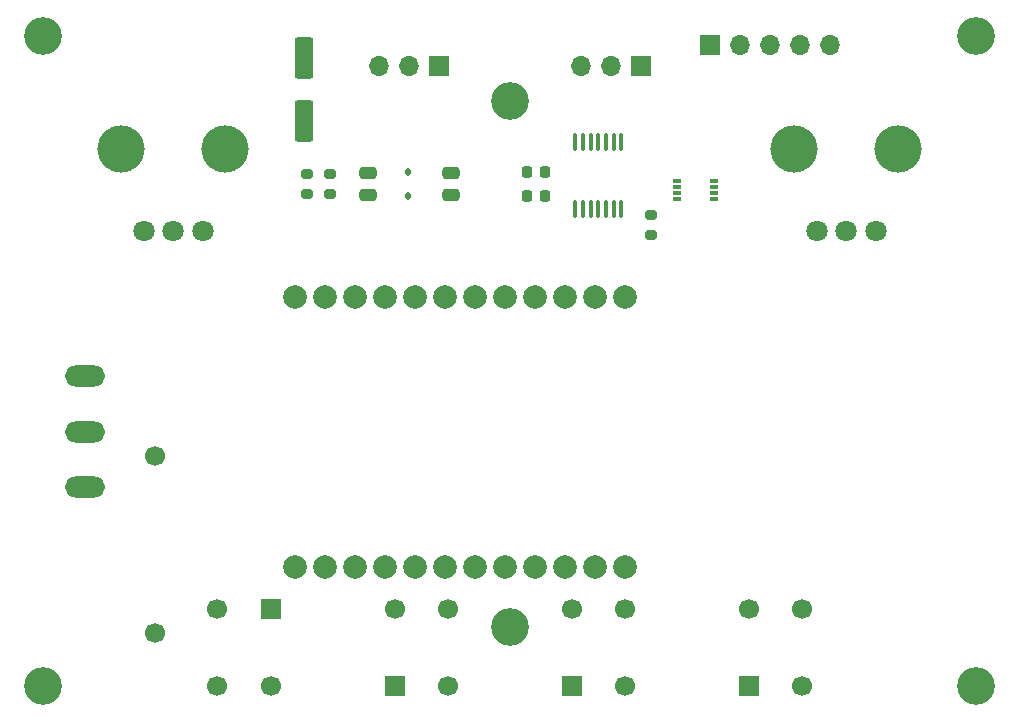
<source format=gbr>
%TF.GenerationSoftware,KiCad,Pcbnew,7.0.8*%
%TF.CreationDate,2024-06-06T18:36:12-04:00*%
%TF.ProjectId,mainboard,6d61696e-626f-4617-9264-2e6b69636164,rev?*%
%TF.SameCoordinates,Original*%
%TF.FileFunction,Soldermask,Top*%
%TF.FilePolarity,Negative*%
%FSLAX46Y46*%
G04 Gerber Fmt 4.6, Leading zero omitted, Abs format (unit mm)*
G04 Created by KiCad (PCBNEW 7.0.8) date 2024-06-06 18:36:12*
%MOMM*%
%LPD*%
G01*
G04 APERTURE LIST*
G04 Aperture macros list*
%AMRoundRect*
0 Rectangle with rounded corners*
0 $1 Rounding radius*
0 $2 $3 $4 $5 $6 $7 $8 $9 X,Y pos of 4 corners*
0 Add a 4 corners polygon primitive as box body*
4,1,4,$2,$3,$4,$5,$6,$7,$8,$9,$2,$3,0*
0 Add four circle primitives for the rounded corners*
1,1,$1+$1,$2,$3*
1,1,$1+$1,$4,$5*
1,1,$1+$1,$6,$7*
1,1,$1+$1,$8,$9*
0 Add four rect primitives between the rounded corners*
20,1,$1+$1,$2,$3,$4,$5,0*
20,1,$1+$1,$4,$5,$6,$7,0*
20,1,$1+$1,$6,$7,$8,$9,0*
20,1,$1+$1,$8,$9,$2,$3,0*%
G04 Aperture macros list end*
%ADD10RoundRect,0.100000X0.100000X-0.637500X0.100000X0.637500X-0.100000X0.637500X-0.100000X-0.637500X0*%
%ADD11RoundRect,0.200000X-0.275000X0.200000X-0.275000X-0.200000X0.275000X-0.200000X0.275000X0.200000X0*%
%ADD12C,4.000000*%
%ADD13C,1.800000*%
%ADD14C,3.200000*%
%ADD15C,2.000000*%
%ADD16RoundRect,0.250000X-0.550000X1.500000X-0.550000X-1.500000X0.550000X-1.500000X0.550000X1.500000X0*%
%ADD17R,1.700000X1.700000*%
%ADD18C,1.700000*%
%ADD19RoundRect,0.250000X-0.475000X0.250000X-0.475000X-0.250000X0.475000X-0.250000X0.475000X0.250000X0*%
%ADD20RoundRect,0.225000X0.225000X0.250000X-0.225000X0.250000X-0.225000X-0.250000X0.225000X-0.250000X0*%
%ADD21O,1.700000X1.700000*%
%ADD22RoundRect,0.200000X0.275000X-0.200000X0.275000X0.200000X-0.275000X0.200000X-0.275000X-0.200000X0*%
%ADD23RoundRect,0.112500X0.112500X-0.187500X0.112500X0.187500X-0.112500X0.187500X-0.112500X-0.187500X0*%
%ADD24O,3.400000X1.800000*%
%ADD25R,0.800000X0.300000*%
G04 APERTURE END LIST*
D10*
%TO.C,U1*%
X145550000Y-76145434D03*
X146200000Y-76145434D03*
X146850000Y-76145434D03*
X147500000Y-76145434D03*
X148150000Y-76145434D03*
X148800000Y-76145434D03*
X149450000Y-76145434D03*
X149450000Y-70420434D03*
X148800000Y-70420434D03*
X148150000Y-70420434D03*
X147500000Y-70420434D03*
X146850000Y-70420434D03*
X146200000Y-70420434D03*
X145550000Y-70420434D03*
%TD*%
D11*
%TO.C,R1*%
X124800000Y-73175000D03*
X124800000Y-74825000D03*
%TD*%
D12*
%TO.C,RV2*%
X164100000Y-71000000D03*
X172900000Y-71000000D03*
D13*
X171000000Y-78000000D03*
X168500000Y-78000000D03*
X166000000Y-78000000D03*
%TD*%
D14*
%TO.C,REF\u002A\u002A*%
X100500000Y-61500000D03*
%TD*%
D15*
%TO.C,U3*%
X121810000Y-83570000D03*
X124350000Y-83570000D03*
X126890000Y-83570000D03*
X129430000Y-83570000D03*
X131970000Y-83570000D03*
X134510000Y-83570000D03*
X137050000Y-83570000D03*
X139590000Y-83570000D03*
X142130000Y-83570000D03*
X144670000Y-83570000D03*
X147210000Y-83570000D03*
X149750000Y-83570000D03*
X121810000Y-106430000D03*
X124350000Y-106430000D03*
X126890000Y-106430000D03*
X129430000Y-106430000D03*
X131970000Y-106430000D03*
X134510000Y-106430000D03*
X137050000Y-106430000D03*
X139590000Y-106430000D03*
X142130000Y-106430000D03*
X144670000Y-106430000D03*
X147210000Y-106430000D03*
X149750000Y-106430000D03*
%TD*%
D16*
%TO.C,C5*%
X122600000Y-63300000D03*
X122600000Y-68700000D03*
%TD*%
D17*
%TO.C,SW5*%
X160250000Y-116500000D03*
D18*
X160250000Y-110000000D03*
X164750000Y-116500000D03*
X164750000Y-110000000D03*
%TD*%
D19*
%TO.C,C4*%
X135000000Y-73050000D03*
X135000000Y-74950000D03*
%TD*%
D20*
%TO.C,C2*%
X143025000Y-75000000D03*
X141475000Y-75000000D03*
%TD*%
D17*
%TO.C,J5*%
X156950000Y-62225000D03*
D21*
X159490000Y-62225000D03*
X162030000Y-62225000D03*
X164570000Y-62225000D03*
X167110000Y-62225000D03*
%TD*%
D14*
%TO.C,REF\u002A\u002A*%
X140000000Y-67000000D03*
%TD*%
D18*
%TO.C,J2*%
X110000000Y-97000000D03*
%TD*%
D17*
%TO.C,SW3*%
X130250000Y-116500000D03*
D18*
X130250000Y-110000000D03*
X134750000Y-116500000D03*
X134750000Y-110000000D03*
%TD*%
D17*
%TO.C,J3*%
X134000000Y-64000000D03*
D21*
X131460000Y-64000000D03*
X128920000Y-64000000D03*
%TD*%
D17*
%TO.C,SW4*%
X145250000Y-116500000D03*
D18*
X145250000Y-110000000D03*
X149750000Y-116500000D03*
X149750000Y-110000000D03*
%TD*%
D22*
%TO.C,R3*%
X152000000Y-78317554D03*
X152000000Y-76667554D03*
%TD*%
D17*
%TO.C,SW2*%
X119750000Y-110000000D03*
D18*
X119750000Y-116500000D03*
X115250000Y-110000000D03*
X115250000Y-116500000D03*
%TD*%
%TO.C,J1*%
X110000000Y-112000000D03*
%TD*%
D14*
%TO.C,REF\u002A\u002A*%
X100500000Y-116500000D03*
%TD*%
D23*
%TO.C,D1*%
X131400000Y-75050000D03*
X131400000Y-72950000D03*
%TD*%
D19*
%TO.C,C3*%
X128000000Y-73050000D03*
X128000000Y-74950000D03*
%TD*%
D14*
%TO.C,REF\u002A\u002A*%
X179500000Y-116500000D03*
%TD*%
D24*
%TO.C,SW1*%
X104000000Y-99700000D03*
X104000000Y-95000000D03*
X104000000Y-90300000D03*
%TD*%
D14*
%TO.C,REF\u002A\u002A*%
X179500000Y-61500000D03*
%TD*%
D22*
%TO.C,R2*%
X122800000Y-74825000D03*
X122800000Y-73175000D03*
%TD*%
D12*
%TO.C,RV1*%
X107100000Y-71000000D03*
X115900000Y-71000000D03*
D13*
X114000000Y-78000000D03*
X111500000Y-78000000D03*
X109000000Y-78000000D03*
%TD*%
D17*
%TO.C,J4*%
X151080000Y-64000000D03*
D21*
X148540000Y-64000000D03*
X146000000Y-64000000D03*
%TD*%
D25*
%TO.C,U2*%
X154200000Y-73750000D03*
X154200000Y-74250000D03*
X154200000Y-74750000D03*
X154200000Y-75250000D03*
X157300000Y-75250000D03*
X157300000Y-74750000D03*
X157300000Y-74250000D03*
X157300000Y-73750000D03*
%TD*%
D14*
%TO.C,REF\u002A\u002A*%
X140000000Y-111500000D03*
%TD*%
D20*
%TO.C,C1*%
X143025000Y-73000000D03*
X141475000Y-73000000D03*
%TD*%
M02*

</source>
